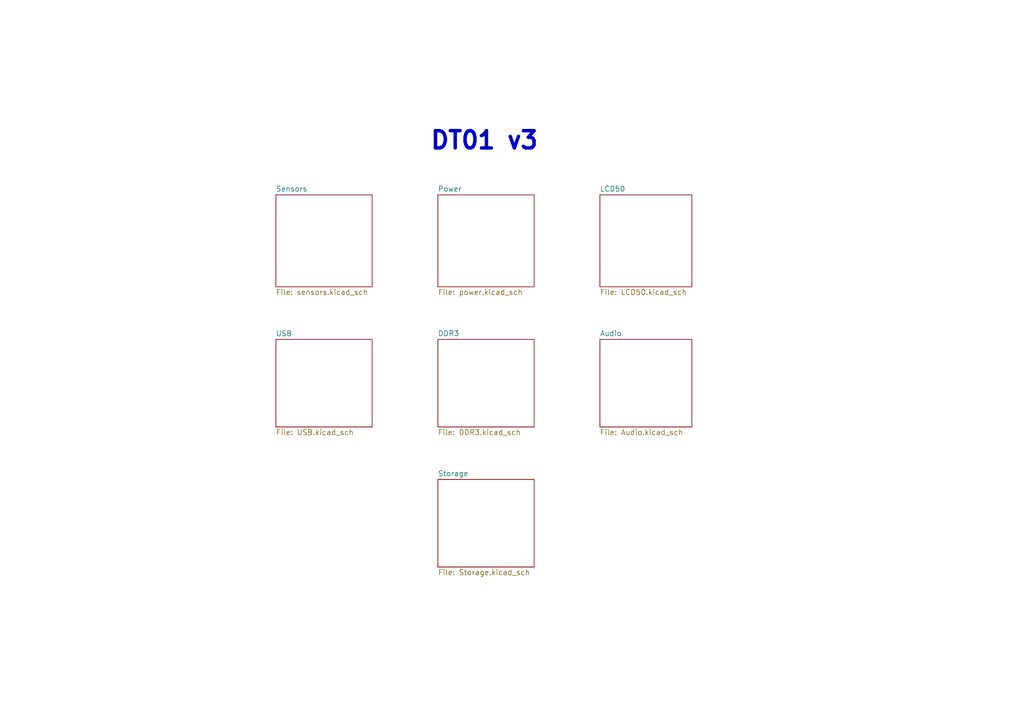
<source format=kicad_sch>
(kicad_sch
	(version 20231120)
	(generator "eeschema")
	(generator_version "8.0")
	(uuid "ecb08114-fc4e-4bc8-b4fa-b5db0afc914e")
	(paper "A4")
	(lib_symbols)
	(text "DT01 v3"
		(exclude_from_sim no)
		(at 124.46 43.815 0)
		(effects
			(font
				(size 5.0038 5.0038)
				(thickness 1.0008)
				(bold yes)
			)
			(justify left bottom)
		)
		(uuid "bd9174ac-b505-4dbd-ade1-df71c609cff8")
	)
	(sheet
		(at 127 56.515)
		(size 27.94 26.67)
		(fields_autoplaced yes)
		(stroke
			(width 0)
			(type solid)
		)
		(fill
			(color 0 0 0 0.0000)
		)
		(uuid "18d0e79a-1ebc-430a-b076-ae64f640dcd7")
		(property "Sheetname" "Power"
			(at 127 55.6764 0)
			(effects
				(font
					(size 1.524 1.524)
				)
				(justify left bottom)
			)
		)
		(property "Sheetfile" "power.kicad_sch"
			(at 127 83.8712 0)
			(effects
				(font
					(size 1.524 1.524)
				)
				(justify left top)
			)
		)
		(instances
			(project "DFTBoard"
				(path "/ecb08114-fc4e-4bc8-b4fa-b5db0afc914e"
					(page "5")
				)
			)
		)
	)
	(sheet
		(at 80.01 98.425)
		(size 27.94 25.4)
		(fields_autoplaced yes)
		(stroke
			(width 0)
			(type solid)
		)
		(fill
			(color 0 0 0 0.0000)
		)
		(uuid "43587684-5727-471a-992f-877f5baef5aa")
		(property "Sheetname" "USB"
			(at 80.01 97.5991 0)
			(effects
				(font
					(size 1.4986 1.4986)
				)
				(justify left bottom)
			)
		)
		(property "Sheetfile" "USB.kicad_sch"
			(at 80.01 124.5112 0)
			(effects
				(font
					(size 1.524 1.524)
				)
				(justify left top)
			)
		)
		(instances
			(project "DFTBoard"
				(path "/ecb08114-fc4e-4bc8-b4fa-b5db0afc914e"
					(page "2")
				)
			)
		)
	)
	(sheet
		(at 173.99 56.515)
		(size 26.67 26.67)
		(fields_autoplaced yes)
		(stroke
			(width 0)
			(type solid)
		)
		(fill
			(color 0 0 0 0.0000)
		)
		(uuid "52cffb92-bce2-40bd-b786-0a5976d15058")
		(property "Sheetname" "LCD50"
			(at 173.99 55.6764 0)
			(effects
				(font
					(size 1.524 1.524)
				)
				(justify left bottom)
			)
		)
		(property "Sheetfile" "LCD50.kicad_sch"
			(at 173.99 83.8712 0)
			(effects
				(font
					(size 1.524 1.524)
				)
				(justify left top)
			)
		)
		(instances
			(project "DFTBoard"
				(path "/ecb08114-fc4e-4bc8-b4fa-b5db0afc914e"
					(page "8")
				)
			)
		)
	)
	(sheet
		(at 173.99 98.425)
		(size 26.67 25.4)
		(fields_autoplaced yes)
		(stroke
			(width 0)
			(type solid)
		)
		(fill
			(color 0 0 0 0.0000)
		)
		(uuid "b800ac06-e348-4dd4-9b60-3617a6450a3f")
		(property "Sheetname" "Audio"
			(at 173.99 97.5864 0)
			(effects
				(font
					(size 1.524 1.524)
				)
				(justify left bottom)
			)
		)
		(property "Sheetfile" "Audio.kicad_sch"
			(at 173.99 124.5112 0)
			(effects
				(font
					(size 1.524 1.524)
				)
				(justify left top)
			)
		)
		(instances
			(project "DFTBoard"
				(path "/ecb08114-fc4e-4bc8-b4fa-b5db0afc914e"
					(page "6")
				)
			)
		)
	)
	(sheet
		(at 127 98.425)
		(size 27.94 25.4)
		(fields_autoplaced yes)
		(stroke
			(width 0)
			(type solid)
		)
		(fill
			(color 0 0 0 0.0000)
		)
		(uuid "b9c4b24b-71e4-4111-8d8d-a799149d0c21")
		(property "Sheetname" "DDR3"
			(at 127 97.5864 0)
			(effects
				(font
					(size 1.524 1.524)
				)
				(justify left bottom)
			)
		)
		(property "Sheetfile" "DDR3.kicad_sch"
			(at 127 124.5112 0)
			(effects
				(font
					(size 1.524 1.524)
				)
				(justify left top)
			)
		)
		(instances
			(project "DFTBoard"
				(path "/ecb08114-fc4e-4bc8-b4fa-b5db0afc914e"
					(page "3")
				)
			)
		)
	)
	(sheet
		(at 127 139.065)
		(size 27.94 25.4)
		(fields_autoplaced yes)
		(stroke
			(width 0)
			(type solid)
		)
		(fill
			(color 0 0 0 0.0000)
		)
		(uuid "c91c7f9f-9dd5-4435-8bd7-824ee097bb5c")
		(property "Sheetname" "Storage"
			(at 127 138.2264 0)
			(effects
				(font
					(size 1.524 1.524)
				)
				(justify left bottom)
			)
		)
		(property "Sheetfile" "Storage.kicad_sch"
			(at 127 165.1512 0)
			(effects
				(font
					(size 1.524 1.524)
				)
				(justify left top)
			)
		)
		(instances
			(project "DFTBoard"
				(path "/ecb08114-fc4e-4bc8-b4fa-b5db0afc914e"
					(page "4")
				)
			)
		)
	)
	(sheet
		(at 80.01 56.515)
		(size 27.94 26.67)
		(fields_autoplaced yes)
		(stroke
			(width 0)
			(type solid)
		)
		(fill
			(color 0 0 0 0.0000)
		)
		(uuid "ff7fa257-96bd-4add-8af5-d1d34388d628")
		(property "Sheetname" "Sensors"
			(at 80.01 55.6764 0)
			(effects
				(font
					(size 1.524 1.524)
				)
				(justify left bottom)
			)
		)
		(property "Sheetfile" "sensors.kicad_sch"
			(at 80.01 83.8712 0)
			(effects
				(font
					(size 1.524 1.524)
				)
				(justify left top)
			)
		)
		(instances
			(project "DFTBoard"
				(path "/ecb08114-fc4e-4bc8-b4fa-b5db0afc914e"
					(page "7")
				)
			)
		)
	)
	(sheet_instances
		(path "/"
			(page "1")
		)
	)
)

</source>
